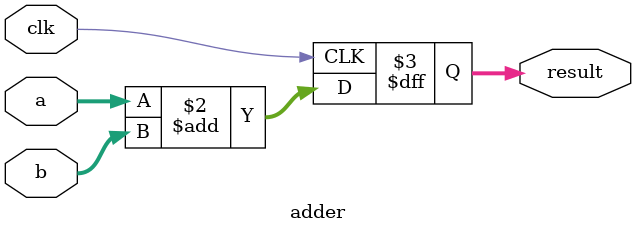
<source format=sv>
`timescale 1ns / 1ps

module adder (
    input  logic       clk,
    input  logic [7:0] a,
    input  logic [7:0] b,
    output logic [8:0] result
);
    always_ff @(posedge clk) begin
        result <= a + b;
    end
endmodule

</source>
